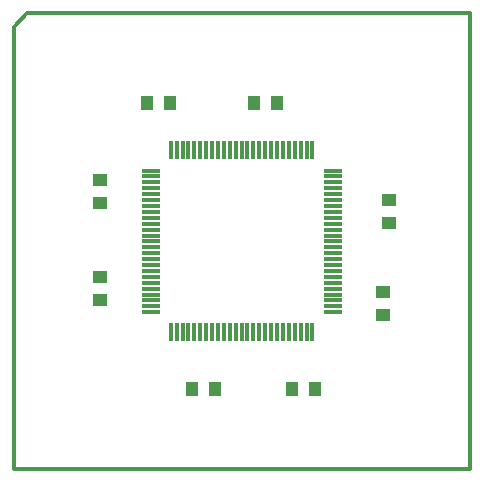
<source format=gtp>
G04 Layer_Color=8421504*
%FSLAX44Y44*%
%MOMM*%
G71*
G01*
G75*
%ADD10R,1.5000X0.3000*%
%ADD11R,0.3000X1.5000*%
%ADD13R,1.3000X1.0000*%
%ADD14R,1.0000X1.3000*%
%ADD16C,0.3500*%
D10*
X-77000Y60000D02*
D03*
Y55000D02*
D03*
Y50000D02*
D03*
Y45000D02*
D03*
Y40000D02*
D03*
Y35000D02*
D03*
Y30000D02*
D03*
Y25000D02*
D03*
Y20000D02*
D03*
Y15000D02*
D03*
Y10000D02*
D03*
Y5000D02*
D03*
Y-0D02*
D03*
Y-5000D02*
D03*
Y-10000D02*
D03*
Y-15000D02*
D03*
Y-20000D02*
D03*
Y-25000D02*
D03*
Y-30000D02*
D03*
Y-35000D02*
D03*
Y-40000D02*
D03*
Y-45000D02*
D03*
Y-50000D02*
D03*
Y-55000D02*
D03*
Y-60000D02*
D03*
X77000D02*
D03*
Y-55000D02*
D03*
Y-50000D02*
D03*
Y-45000D02*
D03*
Y-40000D02*
D03*
Y-35000D02*
D03*
Y-30000D02*
D03*
Y-25000D02*
D03*
Y-20000D02*
D03*
Y-15000D02*
D03*
Y-10000D02*
D03*
Y-5000D02*
D03*
Y-0D02*
D03*
Y5000D02*
D03*
Y10000D02*
D03*
Y15000D02*
D03*
Y20000D02*
D03*
Y25000D02*
D03*
Y30000D02*
D03*
Y35000D02*
D03*
Y40000D02*
D03*
Y45000D02*
D03*
Y50000D02*
D03*
Y55000D02*
D03*
Y60000D02*
D03*
D11*
X-60000Y-77000D02*
D03*
X-55000D02*
D03*
X-50000D02*
D03*
X-45000D02*
D03*
X-40000D02*
D03*
X-35000D02*
D03*
X-30000D02*
D03*
X-25000D02*
D03*
X-20000D02*
D03*
X-15000D02*
D03*
X-10000D02*
D03*
X-5000D02*
D03*
X-0D02*
D03*
X5000D02*
D03*
X10000D02*
D03*
X15000D02*
D03*
X20000D02*
D03*
X25000D02*
D03*
X30000D02*
D03*
X35000D02*
D03*
X40000D02*
D03*
X45000D02*
D03*
X50000D02*
D03*
X55000D02*
D03*
X60000D02*
D03*
Y77000D02*
D03*
X55000D02*
D03*
X50000D02*
D03*
X45000D02*
D03*
X40000D02*
D03*
X35000D02*
D03*
X30000D02*
D03*
X25000D02*
D03*
X20000D02*
D03*
X15000D02*
D03*
X10000D02*
D03*
X5000D02*
D03*
X-0D02*
D03*
X-5000D02*
D03*
X-10000D02*
D03*
X-15000D02*
D03*
X-20000D02*
D03*
X-25000D02*
D03*
X-30000D02*
D03*
X-35000D02*
D03*
X-40000D02*
D03*
X-45000D02*
D03*
X-50000D02*
D03*
X-55000D02*
D03*
X-60000D02*
D03*
D13*
X-120000Y52250D02*
D03*
Y32750D02*
D03*
Y-30250D02*
D03*
Y-49750D02*
D03*
X120000Y-62250D02*
D03*
Y-42750D02*
D03*
X125000Y15250D02*
D03*
Y34750D02*
D03*
D14*
X-42250Y-125000D02*
D03*
X-22750D02*
D03*
X42750D02*
D03*
X62250D02*
D03*
X29750Y117500D02*
D03*
X10250D02*
D03*
X-60250D02*
D03*
X-79750D02*
D03*
D16*
X-181610Y193040D02*
X193040D01*
X-193040Y181610D02*
X-181610Y193040D01*
X-193040Y-193040D02*
Y181610D01*
X193040Y-193040D02*
Y193040D01*
X-193040Y-193040D02*
X193040D01*
M02*

</source>
